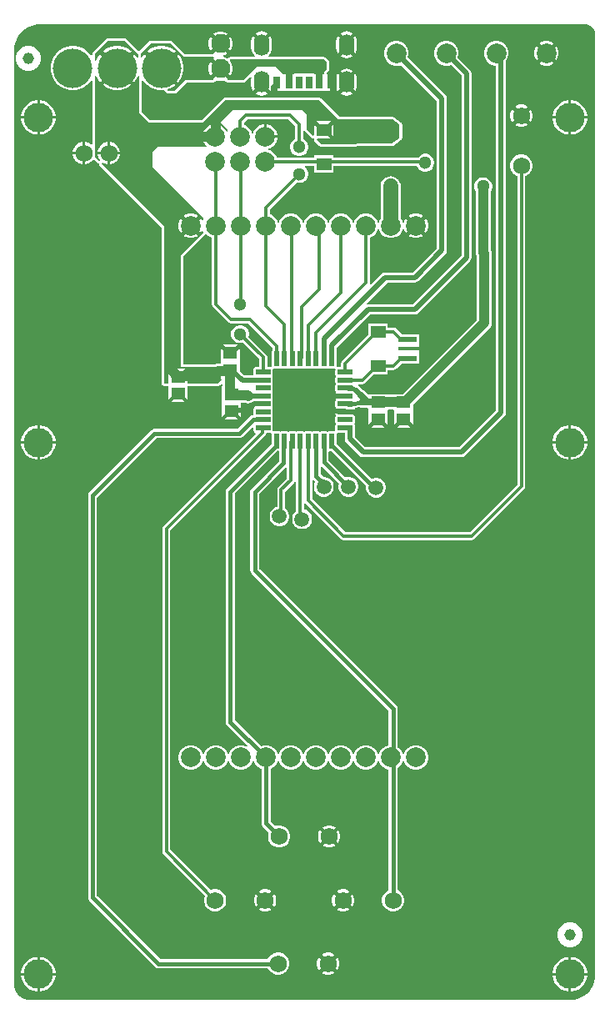
<source format=gbr>
%TF.GenerationSoftware,Altium Limited,Altium Designer,24.0.1 (36)*%
G04 Layer_Physical_Order=1*
G04 Layer_Color=255*
%FSLAX45Y45*%
%MOMM*%
%TF.SameCoordinates,EF88BD92-104B-4C59-846E-D9FF23BA8C3F*%
%TF.FilePolarity,Positive*%
%TF.FileFunction,Copper,L1,Top,Signal*%
%TF.Part,Single*%
G01*
G75*
%TA.AperFunction,Conductor*%
%ADD10C,0.50000*%
%ADD11C,0.70000*%
%TA.AperFunction,SMDPad,CuDef*%
%ADD12C,1.50000*%
%ADD13R,1.47000X1.17000*%
G04:AMPARAMS|DCode=14|XSize=0.55mm|YSize=1.47mm|CornerRadius=0.06875mm|HoleSize=0mm|Usage=FLASHONLY|Rotation=180.000|XOffset=0mm|YOffset=0mm|HoleType=Round|Shape=RoundedRectangle|*
%AMROUNDEDRECTD14*
21,1,0.55000,1.33250,0,0,180.0*
21,1,0.41250,1.47000,0,0,180.0*
1,1,0.13750,-0.20625,0.66625*
1,1,0.13750,0.20625,0.66625*
1,1,0.13750,0.20625,-0.66625*
1,1,0.13750,-0.20625,-0.66625*
%
%ADD14ROUNDEDRECTD14*%
G04:AMPARAMS|DCode=15|XSize=1.47mm|YSize=0.55mm|CornerRadius=0.06875mm|HoleSize=0mm|Usage=FLASHONLY|Rotation=180.000|XOffset=0mm|YOffset=0mm|HoleType=Round|Shape=RoundedRectangle|*
%AMROUNDEDRECTD15*
21,1,1.47000,0.41250,0,0,180.0*
21,1,1.33250,0.55000,0,0,180.0*
1,1,0.13750,-0.66625,0.20625*
1,1,0.13750,0.66625,0.20625*
1,1,0.13750,0.66625,-0.20625*
1,1,0.13750,-0.66625,-0.20625*
%
%ADD15ROUNDEDRECTD15*%
%ADD16R,1.50000X1.25000*%
%TA.AperFunction,ConnectorPad*%
%ADD17R,0.80000X1.20000*%
%ADD18R,0.76000X1.20000*%
%ADD19R,0.70000X1.20000*%
%TA.AperFunction,SMDPad,CuDef*%
%ADD20R,1.90000X0.60000*%
%ADD21R,1.90000X0.40000*%
%TA.AperFunction,Conductor*%
%ADD22C,1.00000*%
%ADD23C,0.30000*%
%ADD24C,1.50000*%
%ADD25C,0.40000*%
%TA.AperFunction,WasherPad*%
%ADD26C,1.15200*%
%TA.AperFunction,ComponentPad*%
%ADD27C,1.75000*%
%TA.AperFunction,ViaPad*%
%ADD28C,3.00000*%
%TA.AperFunction,ComponentPad*%
%ADD29C,2.00000*%
%ADD30C,1.95000*%
%ADD31O,1.60000X2.20000*%
%ADD32C,4.00000*%
%TA.AperFunction,ViaPad*%
%ADD33C,1.30000*%
G36*
X5887083Y9938283D02*
X5905282Y9930744D01*
X5921661Y9919801D01*
X5935589Y9905872D01*
X5946533Y9889493D01*
X5954071Y9871295D01*
X5957914Y9851975D01*
Y9842126D01*
Y292126D01*
Y267503D01*
X5948307Y219203D01*
X5929461Y173706D01*
X5902102Y132760D01*
X5867280Y97938D01*
X5826334Y70578D01*
X5780837Y51733D01*
X5732537Y42126D01*
X193141D01*
X164161Y47890D01*
X136863Y59197D01*
X112295Y75613D01*
X91402Y96506D01*
X74986Y121074D01*
X63679Y148372D01*
X57914Y177352D01*
Y192126D01*
Y9692126D01*
Y9716748D01*
X67522Y9765048D01*
X86367Y9810545D01*
X113726Y9851491D01*
X148548Y9886313D01*
X189495Y9913673D01*
X234992Y9932518D01*
X283291Y9942126D01*
X5867764D01*
X5887083Y9938283D01*
D02*
G37*
%LPC*%
G36*
X3432000Y9874310D02*
X3404485Y9870687D01*
X3378845Y9860067D01*
X3372832Y9855453D01*
X3432000Y9796284D01*
X3491169Y9855452D01*
X3485154Y9860067D01*
X3459515Y9870687D01*
X3432000Y9874310D01*
D02*
G37*
G36*
X2568000D02*
X2540485Y9870687D01*
X2514845Y9860067D01*
X2508832Y9855453D01*
X2568000Y9796284D01*
X2627169Y9855452D01*
X2621155Y9860067D01*
X2595515Y9870687D01*
X2568000Y9874310D01*
D02*
G37*
G36*
X2166180Y9872900D02*
X2133820D01*
X2102562Y9864525D01*
X2077963Y9850322D01*
X2150000Y9778285D01*
X2222037Y9850322D01*
X2197438Y9864525D01*
X2166180Y9872900D01*
D02*
G37*
G36*
X5477509Y9777400D02*
X5444491D01*
X5412598Y9768854D01*
X5387132Y9754152D01*
X5461000Y9680284D01*
X5534868Y9754152D01*
X5509402Y9768854D01*
X5477509Y9777400D01*
D02*
G37*
G36*
X2250322Y9822038D02*
X2178285Y9750001D01*
X2250322Y9677963D01*
X2264525Y9702563D01*
X2272900Y9733820D01*
Y9766180D01*
X2264525Y9797438D01*
X2250322Y9822038D01*
D02*
G37*
G36*
X2049678D02*
X2035475Y9797438D01*
X2027100Y9766180D01*
Y9733820D01*
X2035475Y9702563D01*
X2049678Y9677963D01*
X2121716Y9750001D01*
X2049678Y9822038D01*
D02*
G37*
G36*
X3344547Y9827168D02*
X3339933Y9821155D01*
X3329313Y9795515D01*
X3325690Y9768000D01*
Y9708000D01*
X3329313Y9680485D01*
X3339933Y9654845D01*
X3344548Y9648831D01*
X3417858Y9722142D01*
X3432000Y9707999D01*
X3446142Y9722142D01*
X3519452Y9648832D01*
X3524066Y9654845D01*
X3534687Y9680485D01*
X3538309Y9708000D01*
Y9768000D01*
X3534687Y9795515D01*
X3524066Y9821155D01*
X3519453Y9827168D01*
X3446142Y9753858D01*
X3432000Y9768000D01*
X3417858Y9753858D01*
X3344547Y9827168D01*
D02*
G37*
G36*
X3432000Y9679715D02*
X3372832Y9620547D01*
X3378845Y9615933D01*
X3404485Y9605313D01*
X3432000Y9601690D01*
X3459515Y9605313D01*
X3485154Y9615933D01*
X3491168Y9620547D01*
X3432000Y9679715D01*
D02*
G37*
G36*
X2480547Y9827168D02*
X2475933Y9821155D01*
X2465313Y9795515D01*
X2461691Y9768000D01*
Y9708000D01*
X2465313Y9680485D01*
X2475933Y9654845D01*
X2492828Y9632828D01*
X2501599Y9626098D01*
X2497288Y9613398D01*
X2248901D01*
X2238990Y9611426D01*
X2230588Y9605813D01*
X2224974Y9597411D01*
X2213448Y9601281D01*
X2197438Y9610525D01*
X2175413Y9616426D01*
Y9629574D01*
X2197438Y9635476D01*
X2222038Y9649679D01*
X2150000Y9721716D01*
X2074085Y9645801D01*
X2072101Y9638398D01*
X1793227D01*
X1663312Y9768312D01*
X1654910Y9773926D01*
X1645000Y9775898D01*
X1440000D01*
X1430090Y9773926D01*
X1421688Y9768312D01*
X1320000Y9666625D01*
X1193312Y9793312D01*
X1184911Y9798926D01*
X1175000Y9800898D01*
X1000000D01*
X990089Y9798926D01*
X981688Y9793312D01*
X856688Y9668312D01*
X851074Y9659911D01*
X849102Y9650000D01*
Y9629607D01*
X836949Y9625920D01*
X825080Y9643684D01*
X793684Y9675080D01*
X756767Y9699747D01*
X715747Y9716738D01*
X672200Y9725400D01*
X627800D01*
X584253Y9716738D01*
X543233Y9699747D01*
X506316Y9675080D01*
X474920Y9643684D01*
X450253Y9606767D01*
X433262Y9565747D01*
X424600Y9522200D01*
Y9477800D01*
X433262Y9434253D01*
X450253Y9393233D01*
X474920Y9356316D01*
X506316Y9324920D01*
X543233Y9300253D01*
X584253Y9283262D01*
X627800Y9274600D01*
X672200D01*
X715747Y9283262D01*
X756767Y9300253D01*
X793684Y9324920D01*
X825080Y9356316D01*
X836949Y9374080D01*
X849102Y9370394D01*
Y8725156D01*
X837369Y8720295D01*
X831322Y8726342D01*
X805578Y8741206D01*
X776864Y8748900D01*
X774700D01*
Y8636001D01*
Y8523100D01*
X776864D01*
X805578Y8530794D01*
X831322Y8545658D01*
X852342Y8566678D01*
X854211Y8569915D01*
X866803Y8571573D01*
X896328Y8542047D01*
X899144Y8540166D01*
X901692Y8537931D01*
X903310Y8537382D01*
X904730Y8536433D01*
X908052Y8535772D01*
X911260Y8534683D01*
X914683Y8531260D01*
X915772Y8528053D01*
X916433Y8524730D01*
X917382Y8523310D01*
X917931Y8521692D01*
X920165Y8519146D01*
X922047Y8516328D01*
X1554102Y7884273D01*
Y6300000D01*
X1556074Y6290090D01*
X1561688Y6281688D01*
X1570089Y6276074D01*
X1580000Y6274103D01*
X1621100D01*
Y6137285D01*
X1690858Y6207042D01*
X1719143Y6178758D01*
X1649384Y6109000D01*
X1790616D01*
X1720858Y6178758D01*
X1749143Y6207042D01*
X1818900Y6137285D01*
Y6274103D01*
X2125000D01*
X2134910Y6276074D01*
X2143312Y6281688D01*
X2162216Y6300592D01*
X2173949Y6295731D01*
Y6273000D01*
X2161100D01*
Y6111500D01*
X2161100Y6102000D01*
X2161100Y6092499D01*
Y5959285D01*
X2230858Y6029043D01*
X2259143Y6000758D01*
X2189384Y5931000D01*
X2330616D01*
X2260858Y6000758D01*
X2289142Y6029043D01*
X2358900Y5959285D01*
Y6091849D01*
X2358901Y6098800D01*
X2369219Y6104549D01*
X2396311D01*
X2410817Y6098541D01*
X2430500Y6095949D01*
X2450183Y6098541D01*
X2468525Y6106138D01*
X2470768Y6107859D01*
X2483468Y6101596D01*
Y6071375D01*
X2485973Y6058782D01*
X2490505Y6052000D01*
X2485973Y6045218D01*
X2483468Y6032624D01*
Y5991375D01*
X2483627Y5990577D01*
X2481611Y5978020D01*
X2481591Y5977898D01*
X2474471Y5976462D01*
X2463873Y5974353D01*
X2448856Y5964319D01*
X2320826Y5836290D01*
X1480001D01*
X1480000Y5836290D01*
X1462286Y5832766D01*
X1447268Y5822732D01*
X1447268Y5822731D01*
X817268Y5192732D01*
X807234Y5177714D01*
X803710Y5160000D01*
X803711Y5159999D01*
Y1080001D01*
X803710Y1080000D01*
X807234Y1062286D01*
X817268Y1047268D01*
X1489268Y375268D01*
X1504286Y365234D01*
X1522000Y361710D01*
X1522001Y361710D01*
X2632360D01*
X2645658Y338678D01*
X2666678Y317657D01*
X2692422Y302794D01*
X2721137Y295100D01*
X2750864D01*
X2779578Y302794D01*
X2805322Y317657D01*
X2826343Y338678D01*
X2841206Y364422D01*
X2848900Y393136D01*
Y422864D01*
X2841206Y451578D01*
X2826343Y477322D01*
X2805322Y498342D01*
X2779578Y513206D01*
X2750864Y520900D01*
X2721137D01*
X2692422Y513206D01*
X2666678Y498342D01*
X2645658Y477322D01*
X2632360Y454289D01*
X1541174D01*
X896290Y1099174D01*
Y5140826D01*
X1499174Y5743711D01*
X2339999D01*
X2340000Y5743710D01*
X2357714Y5747234D01*
X2372732Y5757268D01*
X2471734Y5856271D01*
X2483468Y5851411D01*
Y5831375D01*
X2485973Y5818782D01*
X2493106Y5808106D01*
X2503782Y5800973D01*
X2504597Y5800811D01*
X2508777Y5787030D01*
X1570873Y4849127D01*
X1561944Y4835763D01*
X1558809Y4820000D01*
Y1545999D01*
X1561944Y1530236D01*
X1570873Y1516873D01*
X1992029Y1095717D01*
X1990794Y1093578D01*
X1983100Y1064864D01*
Y1035136D01*
X1990794Y1006422D01*
X2005657Y980678D01*
X2026677Y959657D01*
X2052422Y944794D01*
X2081136Y937100D01*
X2110863D01*
X2139577Y944794D01*
X2165322Y959657D01*
X2186342Y980678D01*
X2201205Y1006422D01*
X2208900Y1035136D01*
Y1064864D01*
X2201205Y1093578D01*
X2186342Y1119322D01*
X2165322Y1140342D01*
X2139577Y1155206D01*
X2110863Y1162900D01*
X2081136D01*
X2052422Y1155206D01*
X2050282Y1153971D01*
X1641192Y1563061D01*
Y4802938D01*
X2606200Y5767947D01*
X2615129Y5781310D01*
X2618265Y5797073D01*
Y5798468D01*
X2649625D01*
X2658194Y5800172D01*
X2660189Y5799070D01*
X2667070Y5792189D01*
X2668172Y5790194D01*
X2666468Y5781625D01*
Y5681931D01*
X2217268Y5232732D01*
X2207234Y5217714D01*
X2203710Y5200000D01*
X2203711Y5199999D01*
Y2862002D01*
X2203710Y2862001D01*
X2207234Y2844287D01*
X2217268Y2829269D01*
X2426786Y2619752D01*
X2418988Y2609589D01*
X2406403Y2616855D01*
X2374509Y2625401D01*
X2341491D01*
X2309598Y2616855D01*
X2281003Y2600346D01*
X2257655Y2576998D01*
X2241146Y2548404D01*
X2237574Y2535074D01*
X2224426D01*
X2220854Y2548404D01*
X2204345Y2576998D01*
X2180997Y2600346D01*
X2152403Y2616855D01*
X2120509Y2625401D01*
X2087491D01*
X2055598Y2616855D01*
X2027003Y2600346D01*
X2003655Y2576998D01*
X1987146Y2548404D01*
X1983574Y2535074D01*
X1970426D01*
X1966854Y2548404D01*
X1950345Y2576998D01*
X1926997Y2600346D01*
X1898403Y2616855D01*
X1866509Y2625401D01*
X1833491D01*
X1801598Y2616855D01*
X1773003Y2600346D01*
X1749655Y2576998D01*
X1733146Y2548404D01*
X1724600Y2516510D01*
Y2483492D01*
X1733146Y2451599D01*
X1749655Y2423004D01*
X1773003Y2399656D01*
X1801598Y2383147D01*
X1833491Y2374601D01*
X1866509D01*
X1898403Y2383147D01*
X1926997Y2399656D01*
X1950345Y2423004D01*
X1966854Y2451599D01*
X1970426Y2464928D01*
X1983574D01*
X1987146Y2451599D01*
X2003655Y2423004D01*
X2027003Y2399656D01*
X2055598Y2383147D01*
X2087491Y2374601D01*
X2120509D01*
X2152403Y2383147D01*
X2180997Y2399656D01*
X2204345Y2423004D01*
X2220854Y2451599D01*
X2224426Y2464928D01*
X2237574D01*
X2241146Y2451599D01*
X2257655Y2423004D01*
X2281003Y2399656D01*
X2309598Y2383147D01*
X2341491Y2374601D01*
X2374509D01*
X2406403Y2383147D01*
X2434997Y2399656D01*
X2458345Y2423004D01*
X2474854Y2451599D01*
X2478426Y2464928D01*
X2491574D01*
X2495146Y2451599D01*
X2511655Y2423004D01*
X2535003Y2399656D01*
X2563598Y2383147D01*
X2565711Y2382581D01*
Y1834001D01*
X2565710Y1834000D01*
X2569234Y1816286D01*
X2579268Y1801268D01*
X2639984Y1740553D01*
X2633100Y1714863D01*
Y1685136D01*
X2640794Y1656422D01*
X2655658Y1630678D01*
X2676678Y1609657D01*
X2702422Y1594794D01*
X2731137Y1587100D01*
X2760864D01*
X2789578Y1594794D01*
X2815322Y1609657D01*
X2836343Y1630678D01*
X2851206Y1656422D01*
X2858900Y1685136D01*
Y1714863D01*
X2851206Y1743578D01*
X2836343Y1769322D01*
X2815322Y1790342D01*
X2789578Y1805206D01*
X2760864Y1812900D01*
X2731137D01*
X2705447Y1806016D01*
X2658290Y1853174D01*
Y2382581D01*
X2660403Y2383147D01*
X2688997Y2399656D01*
X2712345Y2423004D01*
X2728854Y2451599D01*
X2732426Y2464928D01*
X2745574D01*
X2749146Y2451599D01*
X2765655Y2423004D01*
X2789003Y2399656D01*
X2817598Y2383147D01*
X2849491Y2374601D01*
X2882509D01*
X2914403Y2383147D01*
X2942997Y2399656D01*
X2966345Y2423004D01*
X2982854Y2451599D01*
X2986426Y2464928D01*
X2999574D01*
X3003146Y2451599D01*
X3019655Y2423004D01*
X3043003Y2399656D01*
X3071598Y2383147D01*
X3103491Y2374601D01*
X3136509D01*
X3168403Y2383147D01*
X3196997Y2399656D01*
X3220345Y2423004D01*
X3236854Y2451599D01*
X3240426Y2464928D01*
X3253574D01*
X3257146Y2451599D01*
X3273655Y2423004D01*
X3297003Y2399656D01*
X3325598Y2383147D01*
X3357491Y2374601D01*
X3390509D01*
X3422403Y2383147D01*
X3450997Y2399656D01*
X3474345Y2423004D01*
X3490854Y2451599D01*
X3494426Y2464928D01*
X3507574D01*
X3511146Y2451599D01*
X3527655Y2423004D01*
X3551003Y2399656D01*
X3579598Y2383147D01*
X3611491Y2374601D01*
X3644509D01*
X3676403Y2383147D01*
X3704997Y2399656D01*
X3728345Y2423004D01*
X3744854Y2451599D01*
X3748426Y2464928D01*
X3761574D01*
X3765146Y2451599D01*
X3781655Y2423004D01*
X3805003Y2399656D01*
X3833598Y2383147D01*
X3857710Y2376686D01*
X3857711Y1153640D01*
X3834678Y1140342D01*
X3813658Y1119322D01*
X3798794Y1093578D01*
X3791100Y1064864D01*
Y1035136D01*
X3798794Y1006422D01*
X3813658Y980678D01*
X3834678Y959657D01*
X3860422Y944794D01*
X3889136Y937100D01*
X3918864D01*
X3947578Y944794D01*
X3973322Y959657D01*
X3994343Y980678D01*
X4009206Y1006422D01*
X4016900Y1035136D01*
Y1064864D01*
X4009206Y1093578D01*
X3994343Y1119322D01*
X3973322Y1140342D01*
X3950290Y1153640D01*
X3950289Y2394628D01*
X3958997Y2399656D01*
X3982345Y2423004D01*
X3998854Y2451599D01*
X4002426Y2464928D01*
X4015574D01*
X4019146Y2451599D01*
X4035655Y2423004D01*
X4059003Y2399656D01*
X4087598Y2383147D01*
X4119491Y2374601D01*
X4152509D01*
X4184403Y2383147D01*
X4212997Y2399656D01*
X4236345Y2423004D01*
X4252854Y2451599D01*
X4261400Y2483492D01*
Y2516510D01*
X4252854Y2548404D01*
X4236345Y2576998D01*
X4212997Y2600346D01*
X4184403Y2616855D01*
X4152509Y2625401D01*
X4119491D01*
X4087598Y2616855D01*
X4059003Y2600346D01*
X4035655Y2576998D01*
X4019146Y2548404D01*
X4015574Y2535074D01*
X4002426D01*
X3998854Y2548404D01*
X3982345Y2576998D01*
X3958997Y2600346D01*
X3950289Y2605374D01*
Y2995999D01*
X3950289Y2996000D01*
X3946766Y3013715D01*
X3936731Y3028732D01*
X2546290Y4419174D01*
Y5180826D01*
X2814009Y5448546D01*
X2826709Y5443285D01*
Y5334962D01*
X2738401Y5246655D01*
X2729472Y5233291D01*
X2726337Y5217528D01*
Y5047601D01*
X2711247Y5043558D01*
X2688353Y5030340D01*
X2669660Y5011647D01*
X2656442Y4988753D01*
X2649600Y4963218D01*
Y4936782D01*
X2656442Y4911247D01*
X2669660Y4888353D01*
X2688353Y4869660D01*
X2711247Y4856442D01*
X2736782Y4849600D01*
X2763218D01*
X2788753Y4856442D01*
X2811647Y4869660D01*
X2830340Y4888353D01*
X2843558Y4911247D01*
X2850400Y4936782D01*
Y4963218D01*
X2843558Y4988753D01*
X2830340Y5011647D01*
X2811647Y5030340D01*
X2808720Y5032030D01*
Y5200466D01*
X2897027Y5288773D01*
X2905956Y5302137D01*
X2906108Y5302903D01*
X2918808Y5301652D01*
Y5001980D01*
X2917480Y5001213D01*
X2898787Y4982520D01*
X2885569Y4959626D01*
X2878727Y4934091D01*
Y4907655D01*
X2885569Y4882120D01*
X2898787Y4859226D01*
X2917480Y4840533D01*
X2940374Y4827315D01*
X2965909Y4820473D01*
X2992345D01*
X3017880Y4827315D01*
X3040774Y4840533D01*
X3059467Y4859226D01*
X3072684Y4882120D01*
X3079526Y4907655D01*
Y4934091D01*
X3072684Y4959626D01*
X3059467Y4982520D01*
X3040774Y5001213D01*
X3017880Y5014431D01*
X3001191Y5018903D01*
Y5073231D01*
X3001977Y5073852D01*
X3013891Y5077855D01*
X3370873Y4720873D01*
X3384237Y4711944D01*
X3400000Y4708808D01*
X4700000D01*
X4715763Y4711944D01*
X4729126Y4720873D01*
X5236127Y5227873D01*
X5245056Y5241237D01*
X5248191Y5257000D01*
Y8403155D01*
X5250578Y8403794D01*
X5276322Y8418658D01*
X5297342Y8439678D01*
X5312206Y8465422D01*
X5319900Y8494136D01*
Y8523864D01*
X5312206Y8552578D01*
X5297342Y8578322D01*
X5276322Y8599342D01*
X5250578Y8614206D01*
X5221864Y8621900D01*
X5192136D01*
X5163422Y8614206D01*
X5137678Y8599342D01*
X5116658Y8578322D01*
X5101794Y8552578D01*
X5094100Y8523864D01*
Y8494136D01*
X5101794Y8465422D01*
X5116658Y8439678D01*
X5137678Y8418658D01*
X5163422Y8403794D01*
X5165809Y8403155D01*
Y5274062D01*
X4682938Y4791191D01*
X3417062D01*
X3081191Y5127062D01*
Y5315150D01*
X3093891Y5320411D01*
X3113436Y5300867D01*
X3106442Y5288753D01*
X3099600Y5263218D01*
Y5236782D01*
X3106442Y5211247D01*
X3119660Y5188353D01*
X3138353Y5169660D01*
X3161247Y5156442D01*
X3186782Y5149600D01*
X3213218D01*
X3238753Y5156442D01*
X3261647Y5169660D01*
X3280340Y5188353D01*
X3293558Y5211247D01*
X3300400Y5236782D01*
Y5263218D01*
X3293558Y5288753D01*
X3280340Y5311647D01*
X3261647Y5330340D01*
X3238753Y5343558D01*
X3213218Y5350400D01*
X3194829D01*
X3166290Y5378940D01*
Y5450286D01*
X3178990Y5455547D01*
X3354190Y5280347D01*
X3349600Y5263218D01*
Y5236782D01*
X3356442Y5211247D01*
X3369660Y5188353D01*
X3388353Y5169660D01*
X3411247Y5156442D01*
X3436782Y5149600D01*
X3463218D01*
X3488753Y5156442D01*
X3511647Y5169660D01*
X3530340Y5188353D01*
X3543558Y5211247D01*
X3550400Y5236782D01*
Y5263218D01*
X3543558Y5288753D01*
X3530340Y5311647D01*
X3511647Y5330340D01*
X3488753Y5343558D01*
X3463218Y5350400D01*
X3436782D01*
X3419653Y5345810D01*
X3246290Y5519174D01*
Y5605121D01*
X3258990Y5615544D01*
X3259375Y5615467D01*
X3269069D01*
X3629963Y5254573D01*
X3629600Y5253218D01*
Y5226782D01*
X3636442Y5201247D01*
X3649660Y5178353D01*
X3668353Y5159660D01*
X3691247Y5146442D01*
X3716782Y5139600D01*
X3743218D01*
X3768753Y5146442D01*
X3791647Y5159660D01*
X3810340Y5178353D01*
X3823558Y5201247D01*
X3830400Y5226782D01*
Y5253218D01*
X3823558Y5278753D01*
X3810340Y5301647D01*
X3791647Y5320340D01*
X3768753Y5333558D01*
X3743218Y5340400D01*
X3716782D01*
X3691247Y5333558D01*
X3685325Y5330138D01*
X3333532Y5681931D01*
Y5781624D01*
X3331828Y5790193D01*
X3332930Y5792189D01*
X3339811Y5799070D01*
X3341806Y5800172D01*
X3350375Y5798467D01*
X3414113D01*
Y5734500D01*
X3418024Y5714835D01*
X3429164Y5698164D01*
X3563664Y5563664D01*
X3580335Y5552524D01*
X3600000Y5548613D01*
X4600000D01*
X4619665Y5552524D01*
X4636336Y5563664D01*
X5036336Y5963664D01*
X5047476Y5980335D01*
X5051387Y6000000D01*
Y9564410D01*
X5049955Y9571612D01*
X5053345Y9575003D01*
X5069854Y9603598D01*
X5078400Y9635491D01*
Y9668509D01*
X5069854Y9700402D01*
X5053345Y9728997D01*
X5029997Y9752345D01*
X5001402Y9768854D01*
X4969509Y9777400D01*
X4936491D01*
X4904598Y9768854D01*
X4876003Y9752345D01*
X4852655Y9728997D01*
X4836146Y9700402D01*
X4827600Y9668509D01*
Y9635491D01*
X4836146Y9603598D01*
X4852655Y9575003D01*
X4876003Y9551655D01*
X4904598Y9535146D01*
X4936491Y9526600D01*
X4948613D01*
Y6021285D01*
X4578715Y5651387D01*
X3621285D01*
X3516887Y5755785D01*
Y5849499D01*
X3516532Y5851284D01*
Y5872624D01*
X3514027Y5885217D01*
X3509495Y5891999D01*
X3514027Y5898782D01*
X3516532Y5911375D01*
Y5952624D01*
X3514027Y5965217D01*
X3509496Y5971999D01*
X3514027Y5978782D01*
X3516532Y5991375D01*
Y6032624D01*
X3514027Y6045217D01*
X3515072Y6047749D01*
X3565699Y6057962D01*
X3571354Y6054184D01*
X3594920Y6049496D01*
X3642120D01*
X3651100Y6040516D01*
X3651100Y6020000D01*
X3651100Y6010500D01*
Y5877285D01*
X3720858Y5947042D01*
X3749142Y5918758D01*
X3679384Y5849000D01*
X3820615D01*
X3750858Y5918758D01*
X3779142Y5947042D01*
X3848900Y5877284D01*
Y6010500D01*
X3848900Y6016800D01*
Y6022069D01*
X3857881Y6031049D01*
X3902120D01*
X3911100Y6022069D01*
X3911100Y6010500D01*
Y5877285D01*
X3980858Y5947042D01*
X4009142Y5918758D01*
X3939384Y5849000D01*
X4080615D01*
X4010858Y5918758D01*
X4039142Y5947042D01*
X4108900Y5877284D01*
Y6010500D01*
X4108900Y6020000D01*
X4108900Y6029500D01*
Y6083448D01*
X4883776Y6858324D01*
X4895862Y6874074D01*
X4899009Y6881672D01*
X4903459Y6892416D01*
X4906051Y6912100D01*
Y7618991D01*
X4903459Y7638674D01*
X4896051Y7656561D01*
Y8250924D01*
X4904239Y8265107D01*
X4910400Y8288098D01*
Y8311901D01*
X4904239Y8334893D01*
X4892338Y8355507D01*
X4875507Y8372338D01*
X4854893Y8384239D01*
X4831901Y8390400D01*
X4808099D01*
X4785107Y8384239D01*
X4764493Y8372338D01*
X4747662Y8355507D01*
X4735761Y8334893D01*
X4729600Y8311901D01*
Y8288098D01*
X4735761Y8265107D01*
X4743949Y8250924D01*
Y7628991D01*
X4746541Y7609307D01*
X4753949Y7591421D01*
Y6943601D01*
X4001348Y6191000D01*
X3911100D01*
Y6183150D01*
X3848900D01*
Y6191000D01*
X3732448D01*
X3726500Y6192183D01*
X3720552Y6191000D01*
X3651101D01*
X3651100Y6191000D01*
Y6191000D01*
X3640667Y6196431D01*
X3618504Y6218593D01*
X3598525Y6231943D01*
X3592469Y6233148D01*
X3565686Y6263852D01*
X3563248Y6265733D01*
X3560420Y6269419D01*
X3549096Y6278108D01*
X3553407Y6290808D01*
X3592000D01*
X3607763Y6293944D01*
X3621127Y6302873D01*
X3707853Y6389600D01*
X3850400D01*
Y6436308D01*
X3907500D01*
X3923263Y6439444D01*
X3936627Y6448373D01*
X3987853Y6499600D01*
X4170400D01*
Y6604600D01*
Y6689600D01*
Y6800400D01*
X3987853D01*
X3936627Y6851627D01*
X3923263Y6860556D01*
X3907500Y6863691D01*
X3850400D01*
Y6910400D01*
X3649600D01*
Y6792854D01*
X3387874Y6531127D01*
X3378944Y6517763D01*
X3375809Y6502000D01*
Y6465532D01*
X3350375D01*
X3341807Y6463827D01*
X3339811Y6464929D01*
X3332930Y6471811D01*
X3331828Y6473806D01*
X3333533Y6482375D01*
Y6549713D01*
X3333888Y6551500D01*
Y6661216D01*
X3671285Y6998613D01*
X4125000D01*
X4144665Y7002524D01*
X4161336Y7013664D01*
X4686336Y7538664D01*
X4697476Y7555335D01*
X4701387Y7575000D01*
Y9447000D01*
X4697476Y9466665D01*
X4686336Y9483336D01*
X4562746Y9606926D01*
X4570400Y9635491D01*
Y9668509D01*
X4561854Y9700402D01*
X4545345Y9728997D01*
X4521997Y9752345D01*
X4493402Y9768854D01*
X4461509Y9777400D01*
X4428491D01*
X4396598Y9768854D01*
X4368003Y9752345D01*
X4344655Y9728997D01*
X4328146Y9700402D01*
X4319600Y9668509D01*
Y9635491D01*
X4328146Y9603598D01*
X4344655Y9575003D01*
X4368003Y9551655D01*
X4396598Y9535146D01*
X4428491Y9526600D01*
X4461509D01*
X4490074Y9534254D01*
X4598613Y9425715D01*
Y7596285D01*
X4103715Y7101387D01*
X3650000D01*
X3640039Y7099406D01*
X3633783Y7111110D01*
X3846285Y7323613D01*
X4125000D01*
X4144665Y7327524D01*
X4161336Y7338664D01*
X4436336Y7613664D01*
X4447476Y7630335D01*
X4451387Y7650000D01*
Y9189000D01*
X4447476Y9208665D01*
X4436336Y9225336D01*
X4054746Y9606926D01*
X4062400Y9635491D01*
Y9668509D01*
X4053854Y9700402D01*
X4037345Y9728997D01*
X4013997Y9752345D01*
X3985402Y9768854D01*
X3953509Y9777400D01*
X3920491D01*
X3888598Y9768854D01*
X3860003Y9752345D01*
X3836655Y9728997D01*
X3820146Y9700402D01*
X3811600Y9668509D01*
Y9635491D01*
X3820146Y9603598D01*
X3836655Y9575003D01*
X3860003Y9551655D01*
X3888598Y9535146D01*
X3920491Y9526600D01*
X3953509D01*
X3982074Y9534254D01*
X4348613Y9167715D01*
Y7671285D01*
X4103715Y7426387D01*
X3825000D01*
X3805335Y7422476D01*
X3788664Y7411336D01*
X3677017Y7299690D01*
X3673802Y7301167D01*
X3666543Y7307176D01*
X3669192Y7320489D01*
Y7781215D01*
X3676403Y7783147D01*
X3704997Y7799656D01*
X3728345Y7823004D01*
X3744854Y7851599D01*
X3748426Y7864928D01*
X3761574D01*
X3765146Y7851599D01*
X3781655Y7823004D01*
X3805003Y7799656D01*
X3833598Y7783147D01*
X3865491Y7774601D01*
X3898509D01*
X3930403Y7783147D01*
X3958997Y7799656D01*
X3982345Y7823004D01*
X3998854Y7851599D01*
X4002426Y7864928D01*
X4015574D01*
X4019146Y7851599D01*
X4033849Y7826133D01*
X4107716Y7900000D01*
X4033848Y7973868D01*
X4019146Y7948404D01*
X4015574Y7935074D01*
X4002426D01*
X3998854Y7948404D01*
X3983266Y7975403D01*
Y8297998D01*
X3983267Y8298000D01*
X3979816Y8324210D01*
X3969699Y8348633D01*
X3953606Y8369606D01*
X3953605Y8369607D01*
X3951606Y8371606D01*
X3930633Y8387699D01*
X3906210Y8397816D01*
X3880000Y8401266D01*
X3853791Y8397816D01*
X3829367Y8387699D01*
X3808394Y8371606D01*
X3792301Y8350633D01*
X3782184Y8326209D01*
X3778734Y8300000D01*
X3780734Y8284808D01*
Y7975403D01*
X3765146Y7948404D01*
X3761574Y7935074D01*
X3748426D01*
X3744854Y7948404D01*
X3728345Y7976999D01*
X3704997Y8000346D01*
X3676403Y8016855D01*
X3644509Y8025401D01*
X3611491D01*
X3579598Y8016855D01*
X3551003Y8000346D01*
X3527655Y7976999D01*
X3511146Y7948404D01*
X3507574Y7935074D01*
X3494426D01*
X3490854Y7948404D01*
X3474345Y7976999D01*
X3450997Y8000346D01*
X3422403Y8016855D01*
X3390509Y8025401D01*
X3357491D01*
X3325598Y8016855D01*
X3297003Y8000346D01*
X3273655Y7976999D01*
X3257146Y7948404D01*
X3253574Y7935074D01*
X3240426D01*
X3236854Y7948404D01*
X3220345Y7976999D01*
X3196997Y8000346D01*
X3168403Y8016855D01*
X3136509Y8025401D01*
X3103491D01*
X3071598Y8016855D01*
X3043003Y8000346D01*
X3019655Y7976999D01*
X3003146Y7948404D01*
X2999574Y7935074D01*
X2986426D01*
X2982854Y7948404D01*
X2966345Y7976999D01*
X2942997Y8000346D01*
X2914403Y8016855D01*
X2882509Y8025401D01*
X2849491D01*
X2817598Y8016855D01*
X2789003Y8000346D01*
X2765655Y7976999D01*
X2749146Y7948404D01*
X2745574Y7935074D01*
X2732426D01*
X2728854Y7948404D01*
X2712345Y7976999D01*
X2688997Y8000346D01*
X2660403Y8016855D01*
X2653192Y8018788D01*
Y8069938D01*
X2922132Y8338878D01*
X2938099Y8334600D01*
X2961901D01*
X2984893Y8340761D01*
X3005507Y8352662D01*
X3022338Y8369493D01*
X3034239Y8390107D01*
X3040400Y8413098D01*
Y8436901D01*
X3034239Y8459893D01*
X3022338Y8480507D01*
X3006736Y8496108D01*
X3008365Y8508003D01*
X3008580Y8508808D01*
X3099600D01*
Y8439600D01*
X3300400D01*
Y8508808D01*
X4144769D01*
X4145761Y8505107D01*
X4157662Y8484493D01*
X4174493Y8467662D01*
X4195107Y8455761D01*
X4218098Y8449600D01*
X4241901D01*
X4264893Y8455761D01*
X4285507Y8467662D01*
X4302338Y8484493D01*
X4314239Y8505107D01*
X4320400Y8528099D01*
Y8551901D01*
X4314239Y8574893D01*
X4302338Y8595507D01*
X4285507Y8612338D01*
X4264893Y8624239D01*
X4241901Y8630400D01*
X4218098D01*
X4195107Y8624239D01*
X4174493Y8612338D01*
X4157662Y8595507D01*
X4155171Y8591191D01*
X3300400D01*
Y8615400D01*
X3099600D01*
Y8591191D01*
X2722787D01*
X2720854Y8598402D01*
X2704345Y8626997D01*
X2680997Y8650345D01*
X2652403Y8666854D01*
X2639073Y8670426D01*
Y8683574D01*
X2652403Y8687146D01*
X2680997Y8703655D01*
X2704345Y8727003D01*
X2720854Y8755597D01*
X2729400Y8787491D01*
Y8791300D01*
X2604000D01*
Y8804000D01*
X2591300D01*
Y8929400D01*
X2587491D01*
X2555598Y8920854D01*
X2527003Y8904345D01*
X2503655Y8880997D01*
X2487146Y8852402D01*
X2483574Y8839073D01*
X2470426D01*
X2466854Y8852402D01*
X2450345Y8880997D01*
X2426997Y8904345D01*
X2398403Y8920854D01*
X2391192Y8922786D01*
Y8942938D01*
X2427062Y8978809D01*
X2842938D01*
X2908809Y8912938D01*
Y8780603D01*
X2894493Y8772338D01*
X2877662Y8755507D01*
X2865761Y8734893D01*
X2859600Y8711902D01*
Y8688099D01*
X2865761Y8665107D01*
X2877662Y8644493D01*
X2894493Y8627662D01*
X2915107Y8615761D01*
X2938099Y8609600D01*
X2961901D01*
X2984893Y8615761D01*
X3005507Y8627662D01*
X3022338Y8644493D01*
X3034239Y8665107D01*
X3040400Y8688099D01*
Y8711902D01*
X3034239Y8734893D01*
X3022338Y8755507D01*
X3005507Y8772338D01*
X2991191Y8780603D01*
Y8859521D01*
X3003891Y8863373D01*
X3006688Y8859188D01*
X3069554Y8796321D01*
X3077956Y8790707D01*
X3087867Y8788736D01*
X3099600Y8784600D01*
X3103736Y8772867D01*
X3105707Y8762957D01*
X3111321Y8754555D01*
X3156688Y8709188D01*
X3156765Y8709137D01*
X3156816Y8709060D01*
X3160968Y8706328D01*
X3165090Y8703574D01*
X3165180Y8703556D01*
X3165257Y8703505D01*
X3170151Y8702567D01*
X3175000Y8701603D01*
X3175090Y8701621D01*
X3175181Y8701603D01*
X3890181Y8706603D01*
X3893021Y8707189D01*
X3895917Y8707288D01*
X3897921Y8708199D01*
X3900078Y8708644D01*
X3902477Y8710271D01*
X3905115Y8711471D01*
X3985115Y8768971D01*
X3986556Y8770514D01*
X3988313Y8771688D01*
X3989972Y8774172D01*
X3992012Y8776356D01*
X3992753Y8778334D01*
X3993926Y8780089D01*
X3994509Y8783020D01*
X3995558Y8785818D01*
X3995486Y8787929D01*
X3995898Y8790000D01*
Y8927500D01*
X3995478Y8929609D01*
X3995545Y8931758D01*
X3994502Y8934518D01*
X3993926Y8937411D01*
X3992732Y8939198D01*
X3991972Y8941209D01*
X3989952Y8943360D01*
X3988313Y8945813D01*
X3986525Y8947007D01*
X3985053Y8948574D01*
X3915053Y8998574D01*
X3912365Y8999787D01*
X3909911Y9001426D01*
X3907802Y9001846D01*
X3905843Y9002730D01*
X3902893Y9002822D01*
X3900000Y9003398D01*
X3360727D01*
X3168313Y9195812D01*
X3159911Y9201426D01*
X3150000Y9203398D01*
X2200000D01*
X2190089Y9201426D01*
X2181688Y9195812D01*
X1961773Y8975897D01*
X1430727D01*
X1350897Y9055727D01*
Y9370394D01*
X1363051Y9374081D01*
X1374921Y9356316D01*
X1406316Y9324920D01*
X1443233Y9300253D01*
X1484254Y9283262D01*
X1527800Y9274600D01*
X1572200D01*
X1578124Y9275779D01*
X1588325Y9268213D01*
X1588399Y9267461D01*
X1589504Y9263820D01*
X1590246Y9260089D01*
X1590959Y9259021D01*
X1591332Y9257792D01*
X1593747Y9254850D01*
X1595860Y9251688D01*
X1596928Y9250974D01*
X1597743Y9249981D01*
X1601098Y9248187D01*
X1604261Y9246074D01*
X1605522Y9245823D01*
X1606655Y9245217D01*
X1610441Y9244845D01*
X1614172Y9244102D01*
X1687500D01*
X1697411Y9246074D01*
X1705812Y9251688D01*
X1809703Y9355578D01*
X2078028D01*
X2079703Y9355911D01*
X2081408Y9355799D01*
X2084616Y9356888D01*
X2087938Y9357549D01*
X2089359Y9358498D01*
X2090977Y9359048D01*
X2093524Y9361281D01*
X2096340Y9363163D01*
X2097289Y9364583D01*
X2098574Y9365710D01*
X2100072Y9368749D01*
X2101954Y9371565D01*
X2113178Y9378631D01*
X2133820Y9373100D01*
X2166180D01*
X2186822Y9378631D01*
X2198046Y9371565D01*
X2199928Y9368749D01*
X2201426Y9365710D01*
X2202711Y9364583D01*
X2203660Y9363163D01*
X2206476Y9361281D01*
X2209024Y9359048D01*
X2210642Y9358498D01*
X2212062Y9357549D01*
X2215384Y9356889D01*
X2218592Y9355799D01*
X2220297Y9355911D01*
X2221972Y9355578D01*
X2383975D01*
X2393886Y9357549D01*
X2402288Y9363163D01*
X2452179Y9413055D01*
X2464208Y9407123D01*
X2461691Y9388000D01*
Y9328000D01*
X2465313Y9300485D01*
X2475933Y9274845D01*
X2480547Y9268832D01*
X2553857Y9342142D01*
X2568000Y9328000D01*
X2582142Y9342142D01*
X2659684Y9264600D01*
X3340315D01*
X3417857Y9342142D01*
X3431999Y9328000D01*
X3446142Y9342142D01*
X3519452Y9268832D01*
X3524066Y9274845D01*
X3534687Y9300485D01*
X3538309Y9328000D01*
Y9388000D01*
X3534687Y9415515D01*
X3524066Y9441155D01*
X3519452Y9447169D01*
X3446142Y9373858D01*
X3431999Y9388001D01*
X3417857Y9373858D01*
X3344547Y9447168D01*
X3339933Y9441155D01*
X3337549Y9435400D01*
X3237812D01*
X3229810Y9445262D01*
X3231256Y9452131D01*
X3248312Y9469188D01*
X3253926Y9477589D01*
X3255897Y9487500D01*
Y9560000D01*
X3253926Y9569911D01*
X3248312Y9578312D01*
X3220812Y9605812D01*
X3212410Y9611426D01*
X3202500Y9613398D01*
X2638712D01*
X2634401Y9626098D01*
X2643172Y9632828D01*
X2660067Y9654845D01*
X2670687Y9680485D01*
X2674309Y9708000D01*
Y9768000D01*
X2670687Y9795515D01*
X2660067Y9821155D01*
X2655453Y9827168D01*
X2582143Y9753858D01*
X2568000Y9768000D01*
X2553858Y9753858D01*
X2480547Y9827168D01*
D02*
G37*
G36*
X5563152Y9725868D02*
X5489284Y9652000D01*
X5563152Y9578132D01*
X5577854Y9603598D01*
X5586400Y9635491D01*
Y9668509D01*
X5577854Y9700402D01*
X5563152Y9725868D01*
D02*
G37*
G36*
X5358848Y9725868D02*
X5344146Y9700402D01*
X5335600Y9668509D01*
Y9635491D01*
X5344146Y9603598D01*
X5358848Y9578132D01*
X5432716Y9652000D01*
X5358848Y9725868D01*
D02*
G37*
G36*
X5461000Y9623716D02*
X5387132Y9549848D01*
X5412598Y9535146D01*
X5444491Y9526600D01*
X5477509D01*
X5509402Y9535146D01*
X5534868Y9549848D01*
X5461000Y9623716D01*
D02*
G37*
G36*
X216509Y9725400D02*
X183491D01*
X151598Y9716854D01*
X123003Y9700345D01*
X99655Y9676997D01*
X83146Y9648403D01*
X74600Y9616509D01*
Y9583491D01*
X83146Y9551598D01*
X99655Y9523003D01*
X123003Y9499655D01*
X151598Y9483146D01*
X183491Y9474600D01*
X216509D01*
X248403Y9483146D01*
X276997Y9499655D01*
X300345Y9523003D01*
X316854Y9551598D01*
X325400Y9583491D01*
Y9616509D01*
X316854Y9648403D01*
X300345Y9676997D01*
X276997Y9700345D01*
X248403Y9716854D01*
X216509Y9725400D01*
D02*
G37*
G36*
X3432000Y9494310D02*
X3404485Y9490687D01*
X3378845Y9480067D01*
X3372832Y9475453D01*
X3431999Y9416285D01*
X3491168Y9475453D01*
X3485155Y9480067D01*
X3459515Y9490687D01*
X3432000Y9494310D01*
D02*
G37*
G36*
X3431999Y9299716D02*
X3372831Y9240547D01*
X3378845Y9235933D01*
X3404485Y9225313D01*
X3432000Y9221690D01*
X3459515Y9225313D01*
X3485155Y9235933D01*
X3491168Y9240547D01*
X3431999Y9299716D01*
D02*
G37*
G36*
X2568000D02*
X2508832Y9240547D01*
X2514845Y9235933D01*
X2540485Y9225313D01*
X2568000Y9221690D01*
X2595515Y9225313D01*
X2621155Y9235933D01*
X2627168Y9240547D01*
X2568000Y9299716D01*
D02*
G37*
G36*
X5221864Y9129900D02*
X5192136D01*
X5163422Y9122206D01*
X5142284Y9110002D01*
X5207000Y9045285D01*
X5271717Y9110001D01*
X5250578Y9122206D01*
X5221864Y9129900D01*
D02*
G37*
G36*
X5717275Y9175400D02*
X5712700D01*
Y9012700D01*
X5875400D01*
Y9017275D01*
X5868659Y9051162D01*
X5855437Y9083083D01*
X5836242Y9111811D01*
X5811811Y9136242D01*
X5783083Y9155437D01*
X5751162Y9168659D01*
X5717275Y9175400D01*
D02*
G37*
G36*
X5687300D02*
X5682725D01*
X5648838Y9168659D01*
X5616917Y9155437D01*
X5588189Y9136242D01*
X5563758Y9111811D01*
X5544563Y9083083D01*
X5531341Y9051162D01*
X5524600Y9017275D01*
Y9012700D01*
X5687300D01*
Y9175400D01*
D02*
G37*
G36*
X317275D02*
X312700D01*
Y9012700D01*
X475400D01*
Y9017275D01*
X468659Y9051162D01*
X455437Y9083083D01*
X436242Y9111811D01*
X411811Y9136242D01*
X383083Y9155437D01*
X351162Y9168659D01*
X317275Y9175400D01*
D02*
G37*
G36*
X287300D02*
X282725D01*
X248838Y9168659D01*
X216917Y9155437D01*
X188189Y9136242D01*
X163758Y9111811D01*
X144563Y9083083D01*
X131341Y9051162D01*
X124600Y9017275D01*
Y9012700D01*
X287300D01*
Y9175400D01*
D02*
G37*
G36*
X5300001Y9081717D02*
X5235285Y9017001D01*
X5300002Y8952284D01*
X5312206Y8973422D01*
X5319900Y9002136D01*
Y9031864D01*
X5312206Y9060578D01*
X5300001Y9081717D01*
D02*
G37*
G36*
X5113999Y9081717D02*
X5101794Y9060578D01*
X5094100Y9031864D01*
Y9002136D01*
X5101794Y8973422D01*
X5113999Y8952283D01*
X5178716Y9017001D01*
X5113999Y9081717D01*
D02*
G37*
G36*
X5207000Y8988716D02*
X5142283Y8923999D01*
X5163422Y8911794D01*
X5192136Y8904100D01*
X5221864D01*
X5250578Y8911794D01*
X5271717Y8923999D01*
X5207000Y8988716D01*
D02*
G37*
G36*
X5875400Y8987300D02*
X5712700D01*
Y8824600D01*
X5717275D01*
X5751162Y8831341D01*
X5783083Y8844563D01*
X5811811Y8863758D01*
X5836242Y8888189D01*
X5855437Y8916917D01*
X5868659Y8948838D01*
X5875400Y8982725D01*
Y8987300D01*
D02*
G37*
G36*
X5687300D02*
X5524600D01*
Y8982725D01*
X5531341Y8948838D01*
X5544563Y8916917D01*
X5563758Y8888189D01*
X5588189Y8863758D01*
X5616917Y8844563D01*
X5648838Y8831341D01*
X5682725Y8824600D01*
X5687300D01*
Y8987300D01*
D02*
G37*
G36*
X475400D02*
X312700D01*
Y8824600D01*
X317275D01*
X351162Y8831341D01*
X383083Y8844563D01*
X411811Y8863758D01*
X436242Y8888189D01*
X455437Y8916917D01*
X468659Y8948838D01*
X475400Y8982725D01*
Y8987300D01*
D02*
G37*
G36*
X287300D02*
X124600D01*
Y8982725D01*
X131341Y8948838D01*
X144563Y8916917D01*
X163758Y8888189D01*
X188189Y8863758D01*
X216917Y8844563D01*
X248838Y8831341D01*
X282725Y8824600D01*
X287300D01*
Y8987300D01*
D02*
G37*
G36*
X2620509Y8929400D02*
X2616700D01*
Y8816700D01*
X2729400D01*
Y8820509D01*
X2720854Y8852402D01*
X2704345Y8880997D01*
X2680997Y8904345D01*
X2652403Y8920854D01*
X2620509Y8929400D01*
D02*
G37*
G36*
X749300Y8748900D02*
X747136D01*
X718422Y8741206D01*
X692678Y8726342D01*
X671658Y8705322D01*
X656794Y8679578D01*
X649100Y8650864D01*
Y8648701D01*
X749300D01*
Y8748900D01*
D02*
G37*
G36*
Y8623301D02*
X649100D01*
Y8621136D01*
X656794Y8592422D01*
X671658Y8566678D01*
X692678Y8545658D01*
X718422Y8530794D01*
X747136Y8523100D01*
X749300D01*
Y8623301D01*
D02*
G37*
G36*
X4152509Y8025401D02*
X4119491D01*
X4087598Y8016855D01*
X4062132Y8002153D01*
X4136001Y7928285D01*
X4209869Y8002153D01*
X4184403Y8016855D01*
X4152509Y8025401D01*
D02*
G37*
G36*
X4238153Y7973868D02*
X4164285Y7900000D01*
X4238152Y7826133D01*
X4252854Y7851599D01*
X4261400Y7883492D01*
Y7916510D01*
X4252854Y7948404D01*
X4238153Y7973868D01*
D02*
G37*
G36*
X4136001Y7871716D02*
X4062134Y7797849D01*
X4087598Y7783147D01*
X4119491Y7774601D01*
X4152509D01*
X4184403Y7783147D01*
X4209867Y7797849D01*
X4136001Y7871716D01*
D02*
G37*
G36*
X5717275Y5875400D02*
X5712700D01*
Y5712700D01*
X5875400D01*
Y5717275D01*
X5868659Y5751162D01*
X5855437Y5783083D01*
X5836242Y5811811D01*
X5811811Y5836242D01*
X5783083Y5855437D01*
X5751162Y5868659D01*
X5717275Y5875400D01*
D02*
G37*
G36*
X5687300D02*
X5682725D01*
X5648838Y5868659D01*
X5616917Y5855437D01*
X5588189Y5836242D01*
X5563758Y5811811D01*
X5544563Y5783083D01*
X5531341Y5751162D01*
X5524600Y5717275D01*
Y5712700D01*
X5687300D01*
Y5875400D01*
D02*
G37*
G36*
X317275D02*
X312700D01*
Y5712700D01*
X475400D01*
Y5717275D01*
X468659Y5751162D01*
X455437Y5783083D01*
X436242Y5811811D01*
X411811Y5836242D01*
X383083Y5855437D01*
X351162Y5868659D01*
X317275Y5875400D01*
D02*
G37*
G36*
X287300D02*
X282725D01*
X248838Y5868659D01*
X216917Y5855437D01*
X188189Y5836242D01*
X163758Y5811811D01*
X144563Y5783083D01*
X131341Y5751162D01*
X124600Y5717275D01*
Y5712700D01*
X287300D01*
Y5875400D01*
D02*
G37*
G36*
X5875400Y5687300D02*
X5712700D01*
Y5524600D01*
X5717275D01*
X5751162Y5531341D01*
X5783083Y5544563D01*
X5811811Y5563758D01*
X5836242Y5588189D01*
X5855437Y5616917D01*
X5868659Y5648838D01*
X5875400Y5682725D01*
Y5687300D01*
D02*
G37*
G36*
X5687300D02*
X5524600D01*
Y5682725D01*
X5531341Y5648838D01*
X5544563Y5616917D01*
X5563758Y5588189D01*
X5588189Y5563758D01*
X5616917Y5544563D01*
X5648838Y5531341D01*
X5682725Y5524600D01*
X5687300D01*
Y5687300D01*
D02*
G37*
G36*
X475400D02*
X312700D01*
Y5524600D01*
X317275D01*
X351162Y5531341D01*
X383083Y5544563D01*
X411811Y5563758D01*
X436242Y5588189D01*
X455437Y5616917D01*
X468659Y5648838D01*
X475400Y5682725D01*
Y5687300D01*
D02*
G37*
G36*
X287300D02*
X124600D01*
Y5682725D01*
X131341Y5648838D01*
X144563Y5616917D01*
X163758Y5588189D01*
X188189Y5563758D01*
X216917Y5544563D01*
X248838Y5531341D01*
X282725Y5524600D01*
X287300D01*
Y5687300D01*
D02*
G37*
G36*
X3268864Y1812900D02*
X3239137D01*
X3210422Y1805206D01*
X3189283Y1793001D01*
X3254000Y1728284D01*
X3318717Y1793001D01*
X3297578Y1805206D01*
X3268864Y1812900D01*
D02*
G37*
G36*
X3160999Y1764717D02*
X3148794Y1743578D01*
X3141100Y1714863D01*
Y1685136D01*
X3148794Y1656422D01*
X3160999Y1635283D01*
X3225716Y1700000D01*
X3160999Y1764717D01*
D02*
G37*
G36*
X3347001Y1764717D02*
X3282285Y1700000D01*
X3347001Y1635283D01*
X3359206Y1656422D01*
X3366900Y1685136D01*
Y1714863D01*
X3359206Y1743578D01*
X3347001Y1764717D01*
D02*
G37*
G36*
X3254000Y1671715D02*
X3189283Y1606999D01*
X3210422Y1594794D01*
X3239137Y1587100D01*
X3268864D01*
X3297578Y1594794D01*
X3318717Y1606999D01*
X3254000Y1671715D01*
D02*
G37*
G36*
X3410864Y1162900D02*
X3381136D01*
X3352422Y1155206D01*
X3331283Y1143001D01*
X3396000Y1078284D01*
X3460717Y1143001D01*
X3439578Y1155206D01*
X3410864Y1162900D01*
D02*
G37*
G36*
X2618863D02*
X2589136D01*
X2560422Y1155206D01*
X2539282Y1143001D01*
X2603999Y1078284D01*
X2668716Y1143002D01*
X2647577Y1155206D01*
X2618863Y1162900D01*
D02*
G37*
G36*
X2510998Y1114716D02*
X2498794Y1093578D01*
X2491100Y1064864D01*
Y1035136D01*
X2498794Y1006422D01*
X2510998Y985283D01*
X2575715Y1050000D01*
X2510998Y1114716D01*
D02*
G37*
G36*
X3489001Y1114717D02*
X3424284Y1050000D01*
X3489001Y985283D01*
X3501206Y1006422D01*
X3508900Y1035136D01*
Y1064864D01*
X3501206Y1093578D01*
X3489001Y1114717D01*
D02*
G37*
G36*
X3302999D02*
X3290794Y1093578D01*
X3283100Y1064864D01*
Y1035136D01*
X3290794Y1006422D01*
X3302999Y985283D01*
X3367716Y1050000D01*
X3302999Y1114717D01*
D02*
G37*
G36*
X2697001Y1114717D02*
X2632284Y1050000D01*
X2697001Y985283D01*
X2709205Y1006422D01*
X2716900Y1035136D01*
Y1064864D01*
X2709205Y1093578D01*
X2697001Y1114717D01*
D02*
G37*
G36*
X3396000Y1021716D02*
X3331283Y956999D01*
X3352422Y944794D01*
X3381136Y937100D01*
X3410864D01*
X3439578Y944794D01*
X3460717Y956999D01*
X3396000Y1021716D01*
D02*
G37*
G36*
X2603999D02*
X2539282Y956999D01*
X2560422Y944794D01*
X2589136Y937100D01*
X2618863D01*
X2647577Y944794D01*
X2668716Y956998D01*
X2603999Y1021716D01*
D02*
G37*
G36*
X5716509Y825400D02*
X5683491D01*
X5651598Y816854D01*
X5623003Y800345D01*
X5599655Y776997D01*
X5583146Y748403D01*
X5574600Y716509D01*
Y683491D01*
X5583146Y651598D01*
X5599655Y623003D01*
X5623003Y599655D01*
X5651598Y583146D01*
X5683491Y574600D01*
X5716509D01*
X5748403Y583146D01*
X5776997Y599655D01*
X5800345Y623003D01*
X5816854Y651598D01*
X5825400Y683491D01*
Y716509D01*
X5816854Y748403D01*
X5800345Y776997D01*
X5776997Y800345D01*
X5748403Y816854D01*
X5716509Y825400D01*
D02*
G37*
G36*
X3258864Y520900D02*
X3229137D01*
X3200422Y513206D01*
X3179283Y501001D01*
X3244000Y436284D01*
X3308717Y501001D01*
X3287578Y513206D01*
X3258864Y520900D01*
D02*
G37*
G36*
X3150999Y472717D02*
X3138794Y451578D01*
X3131100Y422864D01*
Y393136D01*
X3138794Y364422D01*
X3150999Y343283D01*
X3215716Y408000D01*
X3150999Y472717D01*
D02*
G37*
G36*
X3337001Y472717D02*
X3272285Y408000D01*
X3337001Y343283D01*
X3349206Y364422D01*
X3356900Y393136D01*
Y422864D01*
X3349206Y451578D01*
X3337001Y472717D01*
D02*
G37*
G36*
X5717275Y475400D02*
X5712700D01*
Y312700D01*
X5875400D01*
Y317275D01*
X5868659Y351162D01*
X5855437Y383083D01*
X5836242Y411811D01*
X5811811Y436242D01*
X5783083Y455437D01*
X5751162Y468659D01*
X5717275Y475400D01*
D02*
G37*
G36*
X5687300D02*
X5682725D01*
X5648838Y468659D01*
X5616917Y455437D01*
X5588189Y436242D01*
X5563758Y411811D01*
X5544563Y383083D01*
X5531341Y351162D01*
X5524600Y317275D01*
Y312700D01*
X5687300D01*
Y475400D01*
D02*
G37*
G36*
X317275D02*
X312700D01*
Y312700D01*
X475400D01*
Y317275D01*
X468659Y351162D01*
X455437Y383083D01*
X436242Y411811D01*
X411811Y436242D01*
X383083Y455437D01*
X351162Y468659D01*
X317275Y475400D01*
D02*
G37*
G36*
X287300D02*
X282725D01*
X248838Y468659D01*
X216917Y455437D01*
X188189Y436242D01*
X163758Y411811D01*
X144563Y383083D01*
X131341Y351162D01*
X124600Y317275D01*
Y312700D01*
X287300D01*
Y475400D01*
D02*
G37*
G36*
X3244000Y379716D02*
X3179283Y314999D01*
X3200422Y302794D01*
X3229137Y295100D01*
X3258864D01*
X3287578Y302794D01*
X3308717Y314999D01*
X3244000Y379716D01*
D02*
G37*
G36*
X5875400Y287300D02*
X5712700D01*
Y124600D01*
X5717275D01*
X5751162Y131341D01*
X5783083Y144563D01*
X5811811Y163758D01*
X5836242Y188189D01*
X5855437Y216917D01*
X5868659Y248838D01*
X5875400Y282725D01*
Y287300D01*
D02*
G37*
G36*
X5687300D02*
X5524600D01*
Y282725D01*
X5531341Y248838D01*
X5544563Y216917D01*
X5563758Y188189D01*
X5588189Y163758D01*
X5616917Y144563D01*
X5648838Y131341D01*
X5682725Y124600D01*
X5687300D01*
Y287300D01*
D02*
G37*
G36*
X475400D02*
X312700D01*
Y124600D01*
X317275D01*
X351162Y131341D01*
X383083Y144563D01*
X411811Y163758D01*
X436242Y188189D01*
X455437Y216917D01*
X468659Y248838D01*
X475400Y282725D01*
Y287300D01*
D02*
G37*
G36*
X287300D02*
X124600D01*
Y282725D01*
X131341Y248838D01*
X144563Y216917D01*
X163758Y188189D01*
X188189Y163758D01*
X216917Y144563D01*
X248838Y131341D01*
X282725Y124600D01*
X287300D01*
Y287300D01*
D02*
G37*
%LPD*%
G36*
X1311602Y9638398D02*
Y9611332D01*
X1299807Y9606790D01*
X1299722Y9606804D01*
X1275080Y9643684D01*
X1273525Y9645239D01*
X1128285Y9499999D01*
X1273524Y9354760D01*
X1275080Y9356316D01*
X1299747Y9393233D01*
X1312300Y9423539D01*
X1325000Y9421012D01*
Y9045000D01*
X1420000Y8950000D01*
X1972500D01*
X2200000Y9177500D01*
X3150000D01*
X3350000Y8977500D01*
X3900000D01*
X3970000Y8927500D01*
Y8790000D01*
X3890000Y8732500D01*
X3175000Y8727500D01*
X3129634Y8772867D01*
X3134494Y8784600D01*
X3272114D01*
X3198357Y8858357D01*
X3212500Y8872499D01*
X3200000Y8884999D01*
X3173358Y8858357D01*
X3099600Y8932115D01*
Y8819494D01*
X3087867Y8814634D01*
X3025000Y8877500D01*
Y9027500D01*
X2975000Y9077500D01*
X2275000D01*
X2147500Y8950000D01*
X2150000D01*
X2225000Y8875000D01*
Y8859475D01*
X2213455Y8853060D01*
X2212300Y8853363D01*
X2196345Y8880997D01*
X2172997Y8904345D01*
X2144403Y8920854D01*
X2112509Y8929400D01*
X2108700D01*
Y8804000D01*
X2096000D01*
Y8791300D01*
X1970600D01*
Y8787491D01*
X1979146Y8755597D01*
X1995655Y8727003D01*
X2009958Y8712700D01*
X2004697Y8700000D01*
X1509999Y8699999D01*
X1459999Y8649999D01*
X1460000Y8499999D01*
X1975000Y7985000D01*
Y7959695D01*
X1962300Y7956292D01*
X1952153Y7973868D01*
X1878285Y7900000D01*
X1952152Y7826133D01*
X1962300Y7843710D01*
X1975000Y7840307D01*
Y7825000D01*
X1750000Y7600000D01*
Y6470000D01*
X2151100D01*
Y6349000D01*
X2157406D01*
X2162266Y6337267D01*
X2125000Y6300000D01*
X1818900D01*
Y6422716D01*
X1749142Y6352957D01*
X1720858Y6381242D01*
X1790615Y6451000D01*
X1649384D01*
X1719142Y6381242D01*
X1690858Y6352957D01*
X1621100Y6422715D01*
Y6300000D01*
X1580000D01*
Y7895000D01*
X940359Y8534641D01*
X948157Y8544803D01*
X972422Y8530794D01*
X1001136Y8523100D01*
X1003300D01*
Y8623301D01*
X903100D01*
Y8621136D01*
X910794Y8592422D01*
X924803Y8568157D01*
X914641Y8560359D01*
X875000Y8600000D01*
Y9421013D01*
X887700Y9423539D01*
X900253Y9393233D01*
X924920Y9356316D01*
X926477Y9354760D01*
X1071716Y9499999D01*
X926476Y9645239D01*
X924920Y9643684D01*
X900253Y9606767D01*
X887700Y9576461D01*
X875000Y9578987D01*
Y9650000D01*
X1000000Y9775000D01*
X1175000D01*
X1311602Y9638398D01*
D02*
G37*
G36*
X1782500Y9612500D02*
X2080584D01*
X2083987Y9599800D01*
X2077963Y9596322D01*
X2164142Y9510143D01*
X2250322Y9423963D01*
X2264525Y9448563D01*
X2272900Y9479820D01*
Y9512180D01*
X2264525Y9543438D01*
X2248344Y9571462D01*
X2244040Y9575767D01*
X2248901Y9587500D01*
X3202500D01*
X3230000Y9560000D01*
Y9487500D01*
X3207500Y9465000D01*
X3201268Y9435400D01*
X3105678D01*
X3100000Y9450000D01*
X2900000D01*
X2892408Y9435400D01*
X2787100D01*
X2707500Y9515000D01*
X2517500D01*
X2383975Y9381476D01*
X2221972D01*
X2218685Y9393743D01*
X2222038Y9395679D01*
X2150000Y9467716D01*
X2077962Y9395678D01*
X2081315Y9393743D01*
X2078028Y9381476D01*
X1806025D01*
X1802500Y9385000D01*
X1687500Y9270000D01*
X1614172D01*
X1612921Y9282700D01*
X1615747Y9283262D01*
X1656767Y9300253D01*
X1693684Y9324920D01*
X1695239Y9326475D01*
X1535857Y9485857D01*
X1376475Y9645239D01*
X1374921Y9643684D01*
X1350253Y9606767D01*
X1349956Y9606049D01*
X1337500Y9608527D01*
Y9647500D01*
X1440000Y9750000D01*
X1645000D01*
X1782500Y9612500D01*
D02*
G37*
G36*
X2011825Y7814835D02*
X2027003Y7799656D01*
X2055598Y7783147D01*
X2062809Y7781215D01*
Y7104000D01*
X2065944Y7088237D01*
X2074873Y7074873D01*
X2228873Y6920873D01*
X2242237Y6911944D01*
X2258000Y6908809D01*
X2432938D01*
X2678809Y6662938D01*
Y6640699D01*
X2676106Y6638894D01*
X2668973Y6628218D01*
X2666468Y6615625D01*
Y6482375D01*
X2668172Y6473806D01*
X2667070Y6471811D01*
X2660189Y6464930D01*
X2658194Y6463828D01*
X2649625Y6465532D01*
X2624192D01*
Y6566999D01*
X2621056Y6582763D01*
X2612127Y6596126D01*
X2436122Y6772131D01*
X2440400Y6788099D01*
Y6811902D01*
X2434239Y6834893D01*
X2422338Y6855507D01*
X2405507Y6872338D01*
X2384893Y6884239D01*
X2361902Y6890400D01*
X2338099D01*
X2315107Y6884239D01*
X2294493Y6872338D01*
X2277662Y6855507D01*
X2265761Y6834893D01*
X2259600Y6811902D01*
Y6788099D01*
X2265761Y6765107D01*
X2277662Y6744493D01*
X2294493Y6727662D01*
X2315107Y6715761D01*
X2338099Y6709600D01*
X2361902D01*
X2377868Y6713878D01*
X2541809Y6549937D01*
Y6465532D01*
X2516375D01*
X2503782Y6463027D01*
X2493106Y6455894D01*
X2485973Y6445218D01*
X2483468Y6432625D01*
Y6391376D01*
X2476912Y6383387D01*
X2442000D01*
X2422335Y6379475D01*
X2421454Y6378887D01*
X2391686D01*
X2348900Y6421672D01*
X2348900Y6520000D01*
X2348900Y6529500D01*
Y6662716D01*
X2279142Y6592958D01*
X2250858Y6621242D01*
X2320615Y6691000D01*
X2179385D01*
X2249142Y6621242D01*
X2220858Y6592958D01*
X2151100Y6662715D01*
Y6529500D01*
X2151100Y6520000D01*
X2151100Y6509431D01*
X2142120Y6500451D01*
X2124400D01*
X2104717Y6497859D01*
X2099981Y6495898D01*
X1775898D01*
Y7589273D01*
X1993312Y7806688D01*
X1996796Y7811902D01*
X2008166Y7814907D01*
X2011825Y7814835D01*
D02*
G37*
G36*
X3006783Y6451973D02*
X3019376Y6449468D01*
X3060625D01*
X3073218Y6451973D01*
X3080000Y6456504D01*
X3086782Y6451972D01*
X3099375Y6449467D01*
X3140625D01*
X3153218Y6451972D01*
X3160000Y6456504D01*
X3166782Y6451972D01*
X3179375Y6449467D01*
X3220625D01*
X3233218Y6451972D01*
X3240000Y6456504D01*
X3246783Y6451972D01*
X3259376Y6449467D01*
X3300625D01*
X3309194Y6451172D01*
X3311189Y6450070D01*
X3318071Y6443188D01*
X3319173Y6441193D01*
X3317468Y6432624D01*
Y6391375D01*
X3319973Y6378782D01*
X3324504Y6372000D01*
X3319973Y6365218D01*
X3317468Y6352625D01*
Y6311375D01*
X3319973Y6298782D01*
X3324504Y6292000D01*
X3319973Y6285218D01*
X3317468Y6272624D01*
Y6231375D01*
X3319973Y6218782D01*
X3324504Y6212000D01*
X3319973Y6205217D01*
X3317468Y6192624D01*
Y6151375D01*
X3319973Y6138782D01*
X3324505Y6131999D01*
X3319973Y6125217D01*
X3317468Y6112624D01*
Y6071374D01*
X3319973Y6058781D01*
X3324504Y6052000D01*
X3319973Y6045218D01*
X3317468Y6032624D01*
Y5991375D01*
X3319973Y5978782D01*
X3324504Y5971999D01*
X3319973Y5965217D01*
X3317468Y5952624D01*
Y5911375D01*
X3319973Y5898782D01*
X3324505Y5891999D01*
X3319973Y5885217D01*
X3317468Y5872624D01*
Y5831374D01*
X3319172Y5822806D01*
X3318070Y5820810D01*
X3311189Y5813929D01*
X3309194Y5812827D01*
X3300625Y5814532D01*
X3259375D01*
X3246782Y5812027D01*
X3240000Y5807495D01*
X3233218Y5812027D01*
X3220625Y5814532D01*
X3179375D01*
X3166782Y5812027D01*
X3160000Y5807495D01*
X3153218Y5812027D01*
X3140625Y5814532D01*
X3099375D01*
X3086782Y5812027D01*
X3080000Y5807495D01*
X3073218Y5812027D01*
X3060625Y5814532D01*
X3019375D01*
X3006782Y5812027D01*
X3000000Y5807495D01*
X2993218Y5812027D01*
X2980624Y5814532D01*
X2939375D01*
X2926782Y5812027D01*
X2920000Y5807495D01*
X2913218Y5812027D01*
X2900625Y5814532D01*
X2859375D01*
X2846782Y5812027D01*
X2840000Y5807495D01*
X2833218Y5812027D01*
X2820625Y5814532D01*
X2779375D01*
X2766782Y5812027D01*
X2760000Y5807495D01*
X2753218Y5812027D01*
X2740624Y5814532D01*
X2699375D01*
X2690806Y5812828D01*
X2688811Y5813930D01*
X2681930Y5820811D01*
X2680828Y5822806D01*
X2682532Y5831375D01*
Y5872625D01*
X2680027Y5885218D01*
X2675496Y5891999D01*
X2680028Y5898782D01*
X2682533Y5911375D01*
Y5952624D01*
X2680028Y5965217D01*
X2675496Y5972000D01*
X2680027Y5978782D01*
X2682532Y5991375D01*
Y6032624D01*
X2680027Y6045218D01*
X2675496Y6052000D01*
X2680027Y6058782D01*
X2682532Y6071375D01*
Y6112625D01*
X2680027Y6125218D01*
X2675496Y6132000D01*
X2680027Y6138782D01*
X2682532Y6151375D01*
Y6192625D01*
X2680027Y6205218D01*
X2675496Y6212000D01*
X2680027Y6218782D01*
X2682532Y6231375D01*
Y6272624D01*
X2680027Y6285218D01*
X2675496Y6292000D01*
X2680027Y6298782D01*
X2682532Y6311375D01*
Y6352625D01*
X2680027Y6365218D01*
X2675496Y6372000D01*
X2680027Y6378782D01*
X2682532Y6391375D01*
Y6432625D01*
X2680828Y6441194D01*
X2681930Y6443189D01*
X2688811Y6450070D01*
X2690806Y6451172D01*
X2699375Y6449468D01*
X2740625D01*
X2753218Y6451973D01*
X2760000Y6456504D01*
X2766782Y6451972D01*
X2779375Y6449467D01*
X2820625D01*
X2833218Y6451972D01*
X2840000Y6456504D01*
X2846782Y6451972D01*
X2859375Y6449467D01*
X2900625D01*
X2913218Y6451972D01*
X2920000Y6456504D01*
X2926782Y6451972D01*
X2939375Y6449467D01*
X2980625D01*
X2993218Y6451972D01*
X3000001Y6456504D01*
X3006783Y6451973D01*
D02*
G37*
G36*
X2746610Y5610555D02*
Y5512074D01*
X2467268Y5232732D01*
X2457234Y5217714D01*
X2453710Y5200000D01*
X2453711Y5199999D01*
Y4400001D01*
X2453710Y4400000D01*
X2457234Y4382286D01*
X2467268Y4367268D01*
X3857710Y2976826D01*
Y2623316D01*
X3833598Y2616855D01*
X3805003Y2600346D01*
X3781655Y2576998D01*
X3765146Y2548404D01*
X3761574Y2535074D01*
X3748426D01*
X3744854Y2548404D01*
X3728345Y2576998D01*
X3704997Y2600346D01*
X3676403Y2616855D01*
X3644509Y2625401D01*
X3611491D01*
X3579598Y2616855D01*
X3551003Y2600346D01*
X3527655Y2576998D01*
X3511146Y2548404D01*
X3507574Y2535074D01*
X3494426D01*
X3490854Y2548404D01*
X3474345Y2576998D01*
X3450997Y2600346D01*
X3422403Y2616855D01*
X3390509Y2625401D01*
X3357491D01*
X3325598Y2616855D01*
X3297003Y2600346D01*
X3273655Y2576998D01*
X3257146Y2548404D01*
X3253574Y2535074D01*
X3240426D01*
X3236854Y2548404D01*
X3220345Y2576998D01*
X3196997Y2600346D01*
X3168403Y2616855D01*
X3136509Y2625401D01*
X3103491D01*
X3071598Y2616855D01*
X3043003Y2600346D01*
X3019655Y2576998D01*
X3003146Y2548404D01*
X2999574Y2535074D01*
X2986426D01*
X2982854Y2548404D01*
X2966345Y2576998D01*
X2942997Y2600346D01*
X2914403Y2616855D01*
X2882509Y2625401D01*
X2849491D01*
X2817598Y2616855D01*
X2789003Y2600346D01*
X2765655Y2576998D01*
X2749146Y2548404D01*
X2745574Y2535074D01*
X2732426D01*
X2728854Y2548404D01*
X2712345Y2576998D01*
X2688997Y2600346D01*
X2660403Y2616855D01*
X2628509Y2625401D01*
X2595491D01*
X2563598Y2616855D01*
X2561703Y2615762D01*
X2296290Y2881175D01*
Y5180826D01*
X2730931Y5615468D01*
X2740624D01*
X2746610Y5610555D01*
D02*
G37*
%LPC*%
G36*
X1122200Y9725400D02*
X1077800D01*
X1034253Y9716738D01*
X993233Y9699747D01*
X956316Y9675080D01*
X954760Y9673524D01*
X1100001Y9528283D01*
X1245240Y9673523D01*
X1243684Y9675080D01*
X1206767Y9699747D01*
X1165747Y9716738D01*
X1122200Y9725400D01*
D02*
G37*
G36*
X1100001Y9471715D02*
X954761Y9326475D01*
X956316Y9324920D01*
X993233Y9300253D01*
X1034253Y9283262D01*
X1077800Y9274600D01*
X1122200D01*
X1165747Y9283262D01*
X1206767Y9300253D01*
X1243684Y9324920D01*
X1245239Y9326476D01*
X1100001Y9471715D01*
D02*
G37*
G36*
X3272116Y8960400D02*
X3127884D01*
X3200000Y8888284D01*
X3272116Y8960400D01*
D02*
G37*
G36*
X2083300Y8929400D02*
X2079491D01*
X2072391Y8927498D01*
D01*
X2047598Y8920854D01*
X2019003Y8904345D01*
X1995655Y8880997D01*
X1979146Y8852402D01*
X1970600Y8820509D01*
Y8816700D01*
X2083300D01*
Y8929400D01*
D02*
G37*
G36*
X3300400Y8932115D02*
X3240784Y8872499D01*
X3300400Y8812884D01*
Y8932115D01*
D02*
G37*
G36*
X1030864Y8748900D02*
X1028700D01*
Y8648701D01*
X1128900D01*
Y8650864D01*
X1121206Y8679578D01*
X1106342Y8705322D01*
X1085322Y8726342D01*
X1059578Y8741206D01*
X1030864Y8748900D01*
D02*
G37*
G36*
X1003300D02*
X1001136D01*
X972422Y8741206D01*
X946678Y8726342D01*
X925658Y8705322D01*
X910794Y8679578D01*
X903100Y8650864D01*
Y8648701D01*
X1003300D01*
Y8748900D01*
D02*
G37*
G36*
X1128900Y8623301D02*
X1028700D01*
Y8523100D01*
X1030864D01*
X1059578Y8530794D01*
X1085322Y8545658D01*
X1106342Y8566678D01*
X1121206Y8592422D01*
X1128900Y8621136D01*
Y8623301D01*
D02*
G37*
G36*
X1866509Y8025401D02*
X1833491D01*
X1801598Y8016855D01*
X1776132Y8002153D01*
X1850001Y7928285D01*
X1923869Y8002153D01*
X1898403Y8016855D01*
X1866509Y8025401D01*
D02*
G37*
G36*
X1747848Y7973868D02*
X1733146Y7948404D01*
X1724600Y7916510D01*
Y7883492D01*
X1733146Y7851599D01*
X1747849Y7826133D01*
X1821716Y7900000D01*
X1747848Y7973868D01*
D02*
G37*
G36*
X1850001Y7871716D02*
X1776134Y7797849D01*
X1801598Y7783147D01*
X1833491Y7774601D01*
X1866509D01*
X1898403Y7783147D01*
X1923867Y7797849D01*
X1850001Y7871716D01*
D02*
G37*
G36*
X1572200Y9725400D02*
X1527800D01*
X1484254Y9716738D01*
X1443233Y9699747D01*
X1406316Y9675080D01*
X1404760Y9673523D01*
X1550000Y9528283D01*
X1695240Y9673524D01*
X1693684Y9675080D01*
X1656767Y9699747D01*
X1615747Y9716738D01*
X1572200Y9725400D01*
D02*
G37*
G36*
X2049678Y9568038D02*
X2035475Y9543438D01*
X2027100Y9512180D01*
Y9479820D01*
X2035475Y9448563D01*
X2049678Y9423963D01*
X2121716Y9496001D01*
X2049678Y9568038D01*
D02*
G37*
G36*
X1723524Y9645240D02*
X1578284Y9499999D01*
X1723523Y9354760D01*
X1725080Y9356316D01*
X1749747Y9393233D01*
X1766738Y9434253D01*
X1775400Y9477800D01*
Y9522200D01*
X1766738Y9565747D01*
X1749747Y9606767D01*
X1725080Y9643684D01*
X1723524Y9645240D01*
D02*
G37*
%LPD*%
D10*
X3526961Y6230073D02*
G03*
X3483625Y6249900I-43336J-37449D01*
G01*
X2265000Y6432900D02*
X2370400Y6327500D01*
X2250000Y6432900D02*
X2265000D01*
X2370400Y6327500D02*
X2437500D01*
X3465500Y6249900D02*
X3483625D01*
X5000000Y6000000D02*
Y9564410D01*
X4953000Y9611410D02*
Y9652000D01*
Y9611410D02*
X5000000Y9564410D01*
X4125000Y7050000D02*
X4650000Y7575000D01*
Y9447000D01*
X4445000Y9652000D02*
X4650000Y9447000D01*
X3600000Y5600000D02*
X4600000D01*
X5000000Y6000000D01*
X3526961Y6230073D02*
X3574958Y6175047D01*
X2430500Y6172000D02*
X2583000D01*
X2437500Y6327500D02*
X2442000Y6332000D01*
X2583000D01*
X3417000Y6252000D02*
X3465500Y6249900D01*
X2308500Y6025000D02*
X2425000D01*
X2260000Y6014900D02*
X2308500Y6025000D01*
X2425000D02*
X2459100Y6059100D01*
X3417000Y6012000D02*
X3419100Y6009900D01*
X3414900Y6014099D02*
X3417000Y6012000D01*
X2492651Y6089900D02*
X2534500D01*
X2459100Y6056349D02*
Y6059100D01*
Y6056349D02*
X2492651Y6089900D01*
X2534500D02*
X2583000Y6092000D01*
X3937000Y9652000D02*
X4400000Y9189000D01*
Y7650000D02*
Y9189000D01*
X4125000Y7375000D02*
X4400000Y7650000D01*
X3282501Y6682501D02*
X3650000Y7050000D01*
X4125000D01*
X3202101Y6752101D02*
X3825000Y7375000D01*
X4125000D01*
X3282501Y6551500D02*
Y6682501D01*
X3280001Y6549000D02*
X3282501Y6551500D01*
X3202101Y6551100D02*
Y6752101D01*
X3465500Y5734500D02*
Y5849499D01*
Y5734500D02*
X3600000Y5600000D01*
X3220000Y6140610D02*
X3249289Y6169899D01*
X3220000Y6043389D02*
X3249289Y6014099D01*
X3417000Y5851999D02*
X3463000D01*
X3512100Y6009900D02*
X3560000Y5962000D01*
X3463000Y5851999D02*
X3465500Y5849499D01*
X3414900Y6169899D02*
X3417000Y6172000D01*
X3249289Y6014099D02*
X3414900D01*
X3249289Y6169899D02*
X3414900D01*
X3419100Y6009900D02*
X3512100D01*
X3220000Y6043389D02*
Y6140610D01*
D11*
X3300000Y9450000D02*
G03*
X3275000Y9425000I0J-25000D01*
G01*
X3574958Y6175047D02*
X3616923Y6133082D01*
X3726500Y6126080D02*
Y6130600D01*
X3711500Y6111080D02*
X3726500Y6126080D01*
X3594920Y6111080D02*
X3711500D01*
X3726500Y6130600D02*
X3750000Y6107100D01*
X2260000Y6014900D02*
X2298500Y6024937D01*
X3152000Y9350000D02*
X3152500Y9349500D01*
X3152000Y9350000D02*
Y9475500D01*
X3142500Y9485000D02*
X3152000Y9475500D01*
X2848000Y9350000D02*
Y9478000D01*
X2855000Y9485000D01*
X2700000Y9305000D02*
X2725000Y9330000D01*
X2700000Y9262527D02*
Y9305000D01*
X3300000Y9250000D02*
Y9450000D01*
X3275000Y9350000D02*
Y9425000D01*
X3560000Y5962000D02*
X3584601Y5937399D01*
X3605200D01*
D12*
X3200000Y5250000D02*
D03*
X3450000D02*
D03*
X2979127Y4920873D02*
D03*
X2750000Y4950000D02*
D03*
X3730000Y5240000D02*
D03*
D13*
X3750000Y6107100D02*
D03*
Y5932900D02*
D03*
X2260000Y6189100D02*
D03*
Y6014900D02*
D03*
X1720000Y6192900D02*
D03*
Y6367100D02*
D03*
X4010000Y5932900D02*
D03*
Y6107100D02*
D03*
X2250000Y6607100D02*
D03*
Y6432900D02*
D03*
D14*
X3280001Y6549000D02*
D03*
X3200000D02*
D03*
X3120000D02*
D03*
X3040001Y6549000D02*
D03*
X2960000Y6549000D02*
D03*
X2880000D02*
D03*
X2800000Y6548999D02*
D03*
X2720000Y6549000D02*
D03*
X2720000Y5715000D02*
D03*
X2800000D02*
D03*
X2880000D02*
D03*
X2960000Y5714999D02*
D03*
X3040000Y5715000D02*
D03*
X3120000D02*
D03*
X3200000Y5715000D02*
D03*
X3280000Y5714999D02*
D03*
D15*
X3417000Y5851999D02*
D03*
Y5932000D02*
D03*
Y6012000D02*
D03*
X3417000Y6091999D02*
D03*
X3417000Y6172000D02*
D03*
Y6252000D02*
D03*
X3417000Y6332000D02*
D03*
X3417000Y6412000D02*
D03*
X2583000Y6412000D02*
D03*
Y6332000D02*
D03*
Y6252000D02*
D03*
X2583000Y6172000D02*
D03*
X2583000Y6092000D02*
D03*
Y6012000D02*
D03*
X2583000Y5932000D02*
D03*
X2583000Y5852000D02*
D03*
D16*
X3750000Y6822500D02*
D03*
Y6477500D02*
D03*
X3200000Y8527500D02*
D03*
Y8872500D02*
D03*
D17*
X2725000Y9350000D02*
D03*
X3275000D02*
D03*
D18*
X2848000D02*
D03*
X3152000D02*
D03*
D19*
X2950000D02*
D03*
X3050000D02*
D03*
D20*
X4050000Y6555000D02*
D03*
Y6745000D02*
D03*
D21*
Y6650000D02*
D03*
D22*
X2124400Y6424400D02*
X2241500D01*
X2100000Y6400000D02*
X2124400Y6424400D01*
X2241500D02*
X2250000Y6432900D01*
X2421900Y6180600D02*
X2430500Y6172000D01*
X2268500Y6180600D02*
X2421900D01*
X2260000Y6189100D02*
X2268500Y6180600D01*
X2250000Y6197599D02*
Y6432900D01*
X1720000Y6367100D02*
X1722900Y6370000D01*
X1880000D01*
X1660000Y6427100D02*
X1696500Y6390600D01*
X1705000Y6367100D02*
X1720000D01*
X1696500Y6375600D02*
X1705000Y6367100D01*
X1696500Y6375600D02*
Y6390600D01*
X1660000Y6427100D02*
Y6540000D01*
X4820000Y7628991D02*
X4830000Y7618991D01*
X4820000Y7628991D02*
Y8300000D01*
X4830000Y6912100D02*
Y7618991D01*
X4018500Y6115600D02*
X4033500D01*
X4010000Y6107100D02*
X4018500Y6115600D01*
X4033500D02*
X4830000Y6912100D01*
X3750000Y6107100D02*
X4010000D01*
X2250000Y6197599D02*
X2258500Y6189100D01*
X2260000D01*
X2100000Y8808000D02*
Y9000000D01*
X2096000Y8804000D02*
X2100000Y8808000D01*
X1896000Y8804000D02*
X2096000D01*
X1875000Y8825000D02*
X1896000Y8804000D01*
X3200000Y8872500D02*
X3202500Y8870000D01*
D23*
X2950000Y8700000D02*
Y8930000D01*
X2583000Y6412000D02*
Y6566999D01*
X2350000Y6799999D02*
Y6800000D01*
Y6799999D02*
X2583000Y6566999D01*
X4220000Y8550000D02*
X4230000Y8540000D01*
X3200000Y8550000D02*
X4220000D01*
X5207000Y5257000D02*
Y8509000D01*
X4700000Y4750000D02*
X5207000Y5257000D01*
X2577074Y5846073D02*
X2583000Y5852000D01*
X2577074Y5797073D02*
Y5846073D01*
X1600000Y1545999D02*
Y4820000D01*
X2577074Y5797073D01*
X1600000Y1545999D02*
X2096000Y1050000D01*
X2100000Y7904001D02*
Y8546000D01*
Y7904001D02*
X2104000Y7900001D01*
X2096000Y8550000D02*
X2100000Y8546000D01*
X2410000Y9020000D02*
X2860000D01*
X2950000Y8930000D01*
X2350000Y8804000D02*
Y8960000D01*
X2410000Y9020000D01*
X2354000Y7904001D02*
Y8546000D01*
X2350000Y8550000D02*
X2354000Y8546000D01*
Y7904001D02*
X2358000Y7900001D01*
X2104000Y7104000D02*
Y7900001D01*
X2354000Y7896001D02*
X2358000Y7900001D01*
X4050000Y6650000D02*
X4300000D01*
X2612000Y8087000D02*
X2950000Y8425000D01*
X2612000Y7088000D02*
Y8087000D01*
X2604000Y8550000D02*
X3200000D01*
X2972100Y7072101D02*
X3150000Y7250000D01*
X3120000Y7900001D02*
X3150000Y7870001D01*
Y7250000D02*
Y7870001D01*
X3400000Y4750000D02*
X4700000D01*
X2767528Y5217528D02*
X2867900Y5317900D01*
X2767528Y5000000D02*
Y5217528D01*
X2867900Y5317900D02*
Y5702900D01*
X2880000Y5715000D01*
X3040000Y5110000D02*
X3400000Y4750000D01*
X3040000Y5110000D02*
Y5715000D01*
X2950000Y4950000D02*
X2960000Y4960000D01*
Y5714999D01*
X3907500Y6477500D02*
X3985000Y6555000D01*
X4050000D01*
X3750000Y6477500D02*
X3907500D01*
Y6822500D02*
X3985000Y6745000D01*
X3750000Y6822500D02*
X3907500D01*
X3985000Y6745000D02*
X4050000D01*
X3417000Y6412000D02*
Y6502000D01*
X3737500Y6822500D01*
X3750000D01*
X3592000Y6332000D02*
X3737500Y6477500D01*
X3750000D01*
X3417000Y6332000D02*
X3592000D01*
X3120000Y6812489D02*
X3628000Y7320489D01*
Y7900001D01*
X3120000Y6549000D02*
Y6812489D01*
X3040001Y6549000D02*
Y6890001D01*
X3374000Y7224000D02*
Y7900001D01*
X3040001Y6890001D02*
X3374000Y7224000D01*
X2612000Y7088000D02*
X2800000Y6900000D01*
Y6548999D02*
Y6900000D01*
X2258000Y6950000D02*
X2450000D01*
X2104000Y7104000D02*
X2258000Y6950000D01*
X2450000D02*
X2720000Y6680000D01*
X2354000Y7104000D02*
Y7896001D01*
X2350000Y7100000D02*
X2354000Y7104000D01*
X2972100Y6561100D02*
Y7072101D01*
X2960000Y6549000D02*
X2972100Y6561100D01*
X2873000Y6556000D02*
Y7893001D01*
X2866000Y7900001D02*
X2873000Y7893001D01*
Y6556000D02*
X2880000Y6549000D01*
X2720000Y6549000D02*
Y6680000D01*
D24*
X3882000Y7900001D02*
Y8298000D01*
X3880000Y8300000D02*
X3882000Y8298000D01*
D25*
X3710000Y5240000D02*
X3730000D01*
X3288500Y5661499D02*
X3710000Y5240000D01*
X3287500Y5661499D02*
X3288500D01*
X3280000Y5669000D02*
Y5714999D01*
Y5669000D02*
X3287500Y5661499D01*
X1522000Y408000D02*
X2736000D01*
X850000Y1080000D02*
Y5160000D01*
Y1080000D02*
X1522000Y408000D01*
X2340000Y5790000D02*
X2481587Y5931587D01*
X850000Y5160000D02*
X1480000Y5790000D01*
X2340000D01*
X2481587Y5931587D02*
X2582588D01*
X2583000Y5932000D01*
X2500000Y5200000D02*
X2792900Y5492900D01*
X2500000Y4400000D02*
Y5200000D01*
Y4400000D02*
X3904000Y2996000D01*
X2250000Y2862001D02*
Y5200000D01*
X2711500Y5661500D01*
X2712500D01*
X2720000Y5669000D01*
Y5715000D01*
X2250000Y2862001D02*
X2612000Y2500001D01*
Y1834000D02*
Y2500001D01*
Y1834000D02*
X2746000Y1700000D01*
X3904000Y2500001D02*
Y2996000D01*
Y2500001D02*
X3904000Y1050000D01*
X3470500Y6085979D02*
X3594920Y6111080D01*
X3417000Y6091999D02*
X3470500Y6085979D01*
X2792900Y5492900D02*
Y5707899D01*
X3120000Y5359766D02*
Y5715000D01*
Y5359766D02*
X3200000Y5279766D01*
Y5250000D02*
Y5279766D01*
X3200000Y5500000D02*
X3450000Y5250000D01*
X3200000Y5500000D02*
Y5715000D01*
X2792900Y5707899D02*
X2800000Y5715000D01*
D26*
X5700000Y700000D02*
D03*
X200000Y9600000D02*
D03*
D27*
X2604000Y1050000D02*
D03*
X2096000D02*
D03*
X762000Y8636000D02*
D03*
X1016000D02*
D03*
X3244000Y408000D02*
D03*
X2736000D02*
D03*
X3254000Y1700000D02*
D03*
X2746000D02*
D03*
X5207000Y8509000D02*
D03*
Y9017000D02*
D03*
X3904000Y1050000D02*
D03*
X3396000D02*
D03*
D28*
X5700000Y5700000D02*
D03*
X300000D02*
D03*
X5700000Y9000000D02*
D03*
Y300000D02*
D03*
X300000D02*
D03*
Y9000000D02*
D03*
D29*
X2866000Y2500001D02*
D03*
X2612000D02*
D03*
X2358000D02*
D03*
X2104000D02*
D03*
X1850000D02*
D03*
X4136000D02*
D03*
X3882000D02*
D03*
X3628000D02*
D03*
X3374000D02*
D03*
X3120000D02*
D03*
X2866000Y7900001D02*
D03*
X2612000D02*
D03*
X2358000D02*
D03*
X2104000D02*
D03*
X1850000D02*
D03*
X4136000D02*
D03*
X3882000D02*
D03*
X3628000D02*
D03*
X3374000D02*
D03*
X3120000D02*
D03*
X2604000Y8804000D02*
D03*
Y8550000D02*
D03*
X2350000Y8804000D02*
D03*
Y8550000D02*
D03*
X2096000Y8804000D02*
D03*
Y8550000D02*
D03*
X5461000Y9652000D02*
D03*
X4953000D02*
D03*
X3937000D02*
D03*
X4445000D02*
D03*
D30*
X2150000Y9496000D02*
D03*
Y9750000D02*
D03*
D31*
X3432000Y9738000D02*
D03*
X2568000D02*
D03*
Y9358000D02*
D03*
X3432000D02*
D03*
D32*
X650000Y9500000D02*
D03*
X1100000D02*
D03*
X1550000D02*
D03*
D33*
X1960000Y6950000D02*
D03*
X2950000Y8700000D02*
D03*
X2990000Y6110000D02*
D03*
X4230000Y8540000D02*
D03*
X4820000Y8300000D02*
D03*
X3880000D02*
D03*
X4300000Y5880000D02*
D03*
X4500000Y7020000D02*
D03*
X4850001Y6550001D02*
D03*
X650000Y1650001D02*
D03*
Y3050001D02*
D03*
Y2350001D02*
D03*
Y3750001D02*
D03*
Y4450001D02*
D03*
Y5150001D02*
D03*
X1350001Y1650001D02*
D03*
X1350000Y4800000D02*
D03*
X1100000Y2650000D02*
D03*
Y3400000D02*
D03*
Y4100000D02*
D03*
X2750001Y3050001D02*
D03*
Y3750001D02*
D03*
X2050001Y3050001D02*
D03*
Y3750001D02*
D03*
Y4450001D02*
D03*
X3443683Y3743683D02*
D03*
X4150001Y3050001D02*
D03*
Y1650001D02*
D03*
Y3750001D02*
D03*
X1500000Y5500000D02*
D03*
X3000000Y1050000D02*
D03*
X5600000Y8650000D02*
D03*
Y7950000D02*
D03*
Y7250000D02*
D03*
Y6550000D02*
D03*
Y5150000D02*
D03*
Y4450000D02*
D03*
Y3750000D02*
D03*
Y3050000D02*
D03*
Y2350000D02*
D03*
Y1650000D02*
D03*
Y950000D02*
D03*
X4850001Y9350002D02*
D03*
Y5150001D02*
D03*
Y4450001D02*
D03*
Y3750001D02*
D03*
Y950000D02*
D03*
Y250000D02*
D03*
X4150001Y7250002D02*
D03*
Y5150001D02*
D03*
Y4450001D02*
D03*
Y950000D02*
D03*
Y250000D02*
D03*
X3450001Y4450001D02*
D03*
Y3050001D02*
D03*
Y250000D02*
D03*
X2050001D02*
D03*
X1350001Y7950002D02*
D03*
Y7250002D02*
D03*
Y6550001D02*
D03*
Y950000D02*
D03*
Y250000D02*
D03*
X650000Y7950002D02*
D03*
Y7250002D02*
D03*
Y6550001D02*
D03*
Y5850001D02*
D03*
Y250000D02*
D03*
X3880000Y8850000D02*
D03*
X2950000Y8425000D02*
D03*
X2350000Y6800000D02*
D03*
Y7100000D02*
D03*
%TF.MD5,7862ceffc87f7122fe16b259ce1aea8f*%
M02*

</source>
